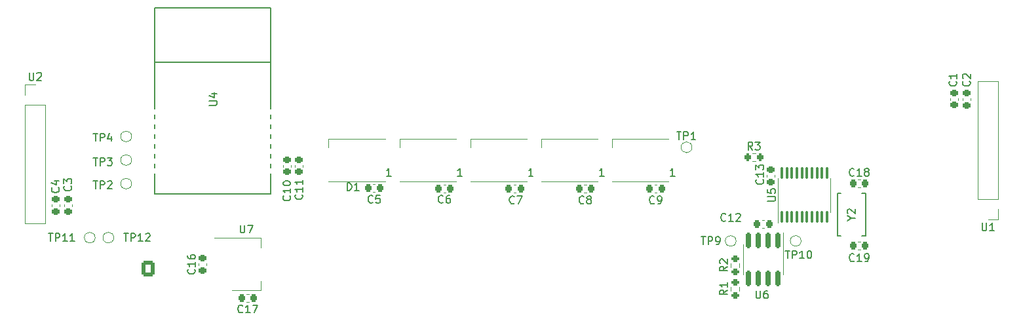
<source format=gto>
G04 #@! TF.GenerationSoftware,KiCad,Pcbnew,7.0.8*
G04 #@! TF.CreationDate,2024-01-27T08:45:00-08:00*
G04 #@! TF.ProjectId,FacePlate,46616365-506c-4617-9465-2e6b69636164,rev?*
G04 #@! TF.SameCoordinates,Original*
G04 #@! TF.FileFunction,Legend,Top*
G04 #@! TF.FilePolarity,Positive*
%FSLAX46Y46*%
G04 Gerber Fmt 4.6, Leading zero omitted, Abs format (unit mm)*
G04 Created by KiCad (PCBNEW 7.0.8) date 2024-01-27 08:45:00*
%MOMM*%
%LPD*%
G01*
G04 APERTURE LIST*
G04 Aperture macros list*
%AMRoundRect*
0 Rectangle with rounded corners*
0 $1 Rounding radius*
0 $2 $3 $4 $5 $6 $7 $8 $9 X,Y pos of 4 corners*
0 Add a 4 corners polygon primitive as box body*
4,1,4,$2,$3,$4,$5,$6,$7,$8,$9,$2,$3,0*
0 Add four circle primitives for the rounded corners*
1,1,$1+$1,$2,$3*
1,1,$1+$1,$4,$5*
1,1,$1+$1,$6,$7*
1,1,$1+$1,$8,$9*
0 Add four rect primitives between the rounded corners*
20,1,$1+$1,$2,$3,$4,$5,0*
20,1,$1+$1,$4,$5,$6,$7,0*
20,1,$1+$1,$6,$7,$8,$9,0*
20,1,$1+$1,$8,$9,$2,$3,0*%
G04 Aperture macros list end*
%ADD10C,0.150000*%
%ADD11C,0.152400*%
%ADD12C,0.120000*%
%ADD13R,2.006600X1.930400*%
%ADD14RoundRect,0.225000X-0.225000X-0.250000X0.225000X-0.250000X0.225000X0.250000X-0.225000X0.250000X0*%
%ADD15RoundRect,0.225000X0.225000X0.250000X-0.225000X0.250000X-0.225000X-0.250000X0.225000X-0.250000X0*%
%ADD16RoundRect,0.225000X0.250000X-0.225000X0.250000X0.225000X-0.250000X0.225000X-0.250000X-0.225000X0*%
%ADD17R,1.700000X1.700000*%
%ADD18O,1.700000X1.700000*%
%ADD19R,1.500000X0.900000*%
%ADD20C,1.000000*%
%ADD21RoundRect,0.200000X0.275000X-0.200000X0.275000X0.200000X-0.275000X0.200000X-0.275000X-0.200000X0*%
%ADD22RoundRect,0.100000X0.100000X-0.637500X0.100000X0.637500X-0.100000X0.637500X-0.100000X-0.637500X0*%
%ADD23R,2.000000X0.800000*%
%ADD24RoundRect,0.225000X-0.250000X0.225000X-0.250000X-0.225000X0.250000X-0.225000X0.250000X0.225000X0*%
%ADD25RoundRect,0.150000X-0.150000X0.825000X-0.150000X-0.825000X0.150000X-0.825000X0.150000X0.825000X0*%
%ADD26RoundRect,0.200000X-0.200000X-0.275000X0.200000X-0.275000X0.200000X0.275000X-0.200000X0.275000X0*%
%ADD27R,2.000000X1.500000*%
%ADD28R,2.000000X3.800000*%
%ADD29C,1.200000*%
%ADD30RoundRect,0.250000X0.600000X0.725000X-0.600000X0.725000X-0.600000X-0.725000X0.600000X-0.725000X0*%
%ADD31O,1.700000X1.950000*%
G04 APERTURE END LIST*
D10*
X209578628Y-84876190D02*
X210054819Y-84876190D01*
X209054819Y-85209523D02*
X209578628Y-84876190D01*
X209578628Y-84876190D02*
X209054819Y-84542857D01*
X209150057Y-84257142D02*
X209102438Y-84209523D01*
X209102438Y-84209523D02*
X209054819Y-84114285D01*
X209054819Y-84114285D02*
X209054819Y-83876190D01*
X209054819Y-83876190D02*
X209102438Y-83780952D01*
X209102438Y-83780952D02*
X209150057Y-83733333D01*
X209150057Y-83733333D02*
X209245295Y-83685714D01*
X209245295Y-83685714D02*
X209340533Y-83685714D01*
X209340533Y-83685714D02*
X209483390Y-83733333D01*
X209483390Y-83733333D02*
X210054819Y-84304761D01*
X210054819Y-84304761D02*
X210054819Y-83685714D01*
X209957142Y-90359580D02*
X209909523Y-90407200D01*
X209909523Y-90407200D02*
X209766666Y-90454819D01*
X209766666Y-90454819D02*
X209671428Y-90454819D01*
X209671428Y-90454819D02*
X209528571Y-90407200D01*
X209528571Y-90407200D02*
X209433333Y-90311961D01*
X209433333Y-90311961D02*
X209385714Y-90216723D01*
X209385714Y-90216723D02*
X209338095Y-90026247D01*
X209338095Y-90026247D02*
X209338095Y-89883390D01*
X209338095Y-89883390D02*
X209385714Y-89692914D01*
X209385714Y-89692914D02*
X209433333Y-89597676D01*
X209433333Y-89597676D02*
X209528571Y-89502438D01*
X209528571Y-89502438D02*
X209671428Y-89454819D01*
X209671428Y-89454819D02*
X209766666Y-89454819D01*
X209766666Y-89454819D02*
X209909523Y-89502438D01*
X209909523Y-89502438D02*
X209957142Y-89550057D01*
X210909523Y-90454819D02*
X210338095Y-90454819D01*
X210623809Y-90454819D02*
X210623809Y-89454819D01*
X210623809Y-89454819D02*
X210528571Y-89597676D01*
X210528571Y-89597676D02*
X210433333Y-89692914D01*
X210433333Y-89692914D02*
X210338095Y-89740533D01*
X211385714Y-90454819D02*
X211576190Y-90454819D01*
X211576190Y-90454819D02*
X211671428Y-90407200D01*
X211671428Y-90407200D02*
X211719047Y-90359580D01*
X211719047Y-90359580D02*
X211814285Y-90216723D01*
X211814285Y-90216723D02*
X211861904Y-90026247D01*
X211861904Y-90026247D02*
X211861904Y-89645295D01*
X211861904Y-89645295D02*
X211814285Y-89550057D01*
X211814285Y-89550057D02*
X211766666Y-89502438D01*
X211766666Y-89502438D02*
X211671428Y-89454819D01*
X211671428Y-89454819D02*
X211480952Y-89454819D01*
X211480952Y-89454819D02*
X211385714Y-89502438D01*
X211385714Y-89502438D02*
X211338095Y-89550057D01*
X211338095Y-89550057D02*
X211290476Y-89645295D01*
X211290476Y-89645295D02*
X211290476Y-89883390D01*
X211290476Y-89883390D02*
X211338095Y-89978628D01*
X211338095Y-89978628D02*
X211385714Y-90026247D01*
X211385714Y-90026247D02*
X211480952Y-90073866D01*
X211480952Y-90073866D02*
X211671428Y-90073866D01*
X211671428Y-90073866D02*
X211766666Y-90026247D01*
X211766666Y-90026247D02*
X211814285Y-89978628D01*
X211814285Y-89978628D02*
X211861904Y-89883390D01*
X209957142Y-79329580D02*
X209909523Y-79377200D01*
X209909523Y-79377200D02*
X209766666Y-79424819D01*
X209766666Y-79424819D02*
X209671428Y-79424819D01*
X209671428Y-79424819D02*
X209528571Y-79377200D01*
X209528571Y-79377200D02*
X209433333Y-79281961D01*
X209433333Y-79281961D02*
X209385714Y-79186723D01*
X209385714Y-79186723D02*
X209338095Y-78996247D01*
X209338095Y-78996247D02*
X209338095Y-78853390D01*
X209338095Y-78853390D02*
X209385714Y-78662914D01*
X209385714Y-78662914D02*
X209433333Y-78567676D01*
X209433333Y-78567676D02*
X209528571Y-78472438D01*
X209528571Y-78472438D02*
X209671428Y-78424819D01*
X209671428Y-78424819D02*
X209766666Y-78424819D01*
X209766666Y-78424819D02*
X209909523Y-78472438D01*
X209909523Y-78472438D02*
X209957142Y-78520057D01*
X210909523Y-79424819D02*
X210338095Y-79424819D01*
X210623809Y-79424819D02*
X210623809Y-78424819D01*
X210623809Y-78424819D02*
X210528571Y-78567676D01*
X210528571Y-78567676D02*
X210433333Y-78662914D01*
X210433333Y-78662914D02*
X210338095Y-78710533D01*
X211480952Y-78853390D02*
X211385714Y-78805771D01*
X211385714Y-78805771D02*
X211338095Y-78758152D01*
X211338095Y-78758152D02*
X211290476Y-78662914D01*
X211290476Y-78662914D02*
X211290476Y-78615295D01*
X211290476Y-78615295D02*
X211338095Y-78520057D01*
X211338095Y-78520057D02*
X211385714Y-78472438D01*
X211385714Y-78472438D02*
X211480952Y-78424819D01*
X211480952Y-78424819D02*
X211671428Y-78424819D01*
X211671428Y-78424819D02*
X211766666Y-78472438D01*
X211766666Y-78472438D02*
X211814285Y-78520057D01*
X211814285Y-78520057D02*
X211861904Y-78615295D01*
X211861904Y-78615295D02*
X211861904Y-78662914D01*
X211861904Y-78662914D02*
X211814285Y-78758152D01*
X211814285Y-78758152D02*
X211766666Y-78805771D01*
X211766666Y-78805771D02*
X211671428Y-78853390D01*
X211671428Y-78853390D02*
X211480952Y-78853390D01*
X211480952Y-78853390D02*
X211385714Y-78901009D01*
X211385714Y-78901009D02*
X211338095Y-78948628D01*
X211338095Y-78948628D02*
X211290476Y-79043866D01*
X211290476Y-79043866D02*
X211290476Y-79234342D01*
X211290476Y-79234342D02*
X211338095Y-79329580D01*
X211338095Y-79329580D02*
X211385714Y-79377200D01*
X211385714Y-79377200D02*
X211480952Y-79424819D01*
X211480952Y-79424819D02*
X211671428Y-79424819D01*
X211671428Y-79424819D02*
X211766666Y-79377200D01*
X211766666Y-79377200D02*
X211814285Y-79329580D01*
X211814285Y-79329580D02*
X211861904Y-79234342D01*
X211861904Y-79234342D02*
X211861904Y-79043866D01*
X211861904Y-79043866D02*
X211814285Y-78948628D01*
X211814285Y-78948628D02*
X211766666Y-78901009D01*
X211766666Y-78901009D02*
X211671428Y-78853390D01*
X130957142Y-96989580D02*
X130909523Y-97037200D01*
X130909523Y-97037200D02*
X130766666Y-97084819D01*
X130766666Y-97084819D02*
X130671428Y-97084819D01*
X130671428Y-97084819D02*
X130528571Y-97037200D01*
X130528571Y-97037200D02*
X130433333Y-96941961D01*
X130433333Y-96941961D02*
X130385714Y-96846723D01*
X130385714Y-96846723D02*
X130338095Y-96656247D01*
X130338095Y-96656247D02*
X130338095Y-96513390D01*
X130338095Y-96513390D02*
X130385714Y-96322914D01*
X130385714Y-96322914D02*
X130433333Y-96227676D01*
X130433333Y-96227676D02*
X130528571Y-96132438D01*
X130528571Y-96132438D02*
X130671428Y-96084819D01*
X130671428Y-96084819D02*
X130766666Y-96084819D01*
X130766666Y-96084819D02*
X130909523Y-96132438D01*
X130909523Y-96132438D02*
X130957142Y-96180057D01*
X131909523Y-97084819D02*
X131338095Y-97084819D01*
X131623809Y-97084819D02*
X131623809Y-96084819D01*
X131623809Y-96084819D02*
X131528571Y-96227676D01*
X131528571Y-96227676D02*
X131433333Y-96322914D01*
X131433333Y-96322914D02*
X131338095Y-96370533D01*
X132242857Y-96084819D02*
X132909523Y-96084819D01*
X132909523Y-96084819D02*
X132480952Y-97084819D01*
X124729580Y-91467857D02*
X124777200Y-91515476D01*
X124777200Y-91515476D02*
X124824819Y-91658333D01*
X124824819Y-91658333D02*
X124824819Y-91753571D01*
X124824819Y-91753571D02*
X124777200Y-91896428D01*
X124777200Y-91896428D02*
X124681961Y-91991666D01*
X124681961Y-91991666D02*
X124586723Y-92039285D01*
X124586723Y-92039285D02*
X124396247Y-92086904D01*
X124396247Y-92086904D02*
X124253390Y-92086904D01*
X124253390Y-92086904D02*
X124062914Y-92039285D01*
X124062914Y-92039285D02*
X123967676Y-91991666D01*
X123967676Y-91991666D02*
X123872438Y-91896428D01*
X123872438Y-91896428D02*
X123824819Y-91753571D01*
X123824819Y-91753571D02*
X123824819Y-91658333D01*
X123824819Y-91658333D02*
X123872438Y-91515476D01*
X123872438Y-91515476D02*
X123920057Y-91467857D01*
X124824819Y-90515476D02*
X124824819Y-91086904D01*
X124824819Y-90801190D02*
X123824819Y-90801190D01*
X123824819Y-90801190D02*
X123967676Y-90896428D01*
X123967676Y-90896428D02*
X124062914Y-90991666D01*
X124062914Y-90991666D02*
X124110533Y-91086904D01*
X123824819Y-89658333D02*
X123824819Y-89848809D01*
X123824819Y-89848809D02*
X123872438Y-89944047D01*
X123872438Y-89944047D02*
X123920057Y-89991666D01*
X123920057Y-89991666D02*
X124062914Y-90086904D01*
X124062914Y-90086904D02*
X124253390Y-90134523D01*
X124253390Y-90134523D02*
X124634342Y-90134523D01*
X124634342Y-90134523D02*
X124729580Y-90086904D01*
X124729580Y-90086904D02*
X124777200Y-90039285D01*
X124777200Y-90039285D02*
X124824819Y-89944047D01*
X124824819Y-89944047D02*
X124824819Y-89753571D01*
X124824819Y-89753571D02*
X124777200Y-89658333D01*
X124777200Y-89658333D02*
X124729580Y-89610714D01*
X124729580Y-89610714D02*
X124634342Y-89563095D01*
X124634342Y-89563095D02*
X124396247Y-89563095D01*
X124396247Y-89563095D02*
X124301009Y-89610714D01*
X124301009Y-89610714D02*
X124253390Y-89658333D01*
X124253390Y-89658333D02*
X124205771Y-89753571D01*
X124205771Y-89753571D02*
X124205771Y-89944047D01*
X124205771Y-89944047D02*
X124253390Y-90039285D01*
X124253390Y-90039285D02*
X124301009Y-90086904D01*
X124301009Y-90086904D02*
X124396247Y-90134523D01*
X103378095Y-66050419D02*
X103378095Y-66859942D01*
X103378095Y-66859942D02*
X103425714Y-66955180D01*
X103425714Y-66955180D02*
X103473333Y-67002800D01*
X103473333Y-67002800D02*
X103568571Y-67050419D01*
X103568571Y-67050419D02*
X103759047Y-67050419D01*
X103759047Y-67050419D02*
X103854285Y-67002800D01*
X103854285Y-67002800D02*
X103901904Y-66955180D01*
X103901904Y-66955180D02*
X103949523Y-66859942D01*
X103949523Y-66859942D02*
X103949523Y-66050419D01*
X104378095Y-66145657D02*
X104425714Y-66098038D01*
X104425714Y-66098038D02*
X104520952Y-66050419D01*
X104520952Y-66050419D02*
X104759047Y-66050419D01*
X104759047Y-66050419D02*
X104854285Y-66098038D01*
X104854285Y-66098038D02*
X104901904Y-66145657D01*
X104901904Y-66145657D02*
X104949523Y-66240895D01*
X104949523Y-66240895D02*
X104949523Y-66336133D01*
X104949523Y-66336133D02*
X104901904Y-66478990D01*
X104901904Y-66478990D02*
X104330476Y-67050419D01*
X104330476Y-67050419D02*
X104949523Y-67050419D01*
X186785714Y-79404819D02*
X186214286Y-79404819D01*
X186500000Y-79404819D02*
X186500000Y-78404819D01*
X186500000Y-78404819D02*
X186404762Y-78547676D01*
X186404762Y-78547676D02*
X186309524Y-78642914D01*
X186309524Y-78642914D02*
X186214286Y-78690533D01*
X166039333Y-82904580D02*
X165991714Y-82952200D01*
X165991714Y-82952200D02*
X165848857Y-82999819D01*
X165848857Y-82999819D02*
X165753619Y-82999819D01*
X165753619Y-82999819D02*
X165610762Y-82952200D01*
X165610762Y-82952200D02*
X165515524Y-82856961D01*
X165515524Y-82856961D02*
X165467905Y-82761723D01*
X165467905Y-82761723D02*
X165420286Y-82571247D01*
X165420286Y-82571247D02*
X165420286Y-82428390D01*
X165420286Y-82428390D02*
X165467905Y-82237914D01*
X165467905Y-82237914D02*
X165515524Y-82142676D01*
X165515524Y-82142676D02*
X165610762Y-82047438D01*
X165610762Y-82047438D02*
X165753619Y-81999819D01*
X165753619Y-81999819D02*
X165848857Y-81999819D01*
X165848857Y-81999819D02*
X165991714Y-82047438D01*
X165991714Y-82047438D02*
X166039333Y-82095057D01*
X166372667Y-81999819D02*
X167039333Y-81999819D01*
X167039333Y-81999819D02*
X166610762Y-82999819D01*
X111638095Y-80054819D02*
X112209523Y-80054819D01*
X111923809Y-81054819D02*
X111923809Y-80054819D01*
X112542857Y-81054819D02*
X112542857Y-80054819D01*
X112542857Y-80054819D02*
X112923809Y-80054819D01*
X112923809Y-80054819D02*
X113019047Y-80102438D01*
X113019047Y-80102438D02*
X113066666Y-80150057D01*
X113066666Y-80150057D02*
X113114285Y-80245295D01*
X113114285Y-80245295D02*
X113114285Y-80388152D01*
X113114285Y-80388152D02*
X113066666Y-80483390D01*
X113066666Y-80483390D02*
X113019047Y-80531009D01*
X113019047Y-80531009D02*
X112923809Y-80578628D01*
X112923809Y-80578628D02*
X112542857Y-80578628D01*
X113495238Y-80150057D02*
X113542857Y-80102438D01*
X113542857Y-80102438D02*
X113638095Y-80054819D01*
X113638095Y-80054819D02*
X113876190Y-80054819D01*
X113876190Y-80054819D02*
X113971428Y-80102438D01*
X113971428Y-80102438D02*
X114019047Y-80150057D01*
X114019047Y-80150057D02*
X114066666Y-80245295D01*
X114066666Y-80245295D02*
X114066666Y-80340533D01*
X114066666Y-80340533D02*
X114019047Y-80483390D01*
X114019047Y-80483390D02*
X113447619Y-81054819D01*
X113447619Y-81054819D02*
X114066666Y-81054819D01*
X156839333Y-82804580D02*
X156791714Y-82852200D01*
X156791714Y-82852200D02*
X156648857Y-82899819D01*
X156648857Y-82899819D02*
X156553619Y-82899819D01*
X156553619Y-82899819D02*
X156410762Y-82852200D01*
X156410762Y-82852200D02*
X156315524Y-82756961D01*
X156315524Y-82756961D02*
X156267905Y-82661723D01*
X156267905Y-82661723D02*
X156220286Y-82471247D01*
X156220286Y-82471247D02*
X156220286Y-82328390D01*
X156220286Y-82328390D02*
X156267905Y-82137914D01*
X156267905Y-82137914D02*
X156315524Y-82042676D01*
X156315524Y-82042676D02*
X156410762Y-81947438D01*
X156410762Y-81947438D02*
X156553619Y-81899819D01*
X156553619Y-81899819D02*
X156648857Y-81899819D01*
X156648857Y-81899819D02*
X156791714Y-81947438D01*
X156791714Y-81947438D02*
X156839333Y-81995057D01*
X157696476Y-81899819D02*
X157506000Y-81899819D01*
X157506000Y-81899819D02*
X157410762Y-81947438D01*
X157410762Y-81947438D02*
X157363143Y-81995057D01*
X157363143Y-81995057D02*
X157267905Y-82137914D01*
X157267905Y-82137914D02*
X157220286Y-82328390D01*
X157220286Y-82328390D02*
X157220286Y-82709342D01*
X157220286Y-82709342D02*
X157267905Y-82804580D01*
X157267905Y-82804580D02*
X157315524Y-82852200D01*
X157315524Y-82852200D02*
X157410762Y-82899819D01*
X157410762Y-82899819D02*
X157601238Y-82899819D01*
X157601238Y-82899819D02*
X157696476Y-82852200D01*
X157696476Y-82852200D02*
X157744095Y-82804580D01*
X157744095Y-82804580D02*
X157791714Y-82709342D01*
X157791714Y-82709342D02*
X157791714Y-82471247D01*
X157791714Y-82471247D02*
X157744095Y-82376009D01*
X157744095Y-82376009D02*
X157696476Y-82328390D01*
X157696476Y-82328390D02*
X157601238Y-82280771D01*
X157601238Y-82280771D02*
X157410762Y-82280771D01*
X157410762Y-82280771D02*
X157315524Y-82328390D01*
X157315524Y-82328390D02*
X157267905Y-82376009D01*
X157267905Y-82376009D02*
X157220286Y-82471247D01*
X168460714Y-79404819D02*
X167889286Y-79404819D01*
X168175000Y-79404819D02*
X168175000Y-78404819D01*
X168175000Y-78404819D02*
X168079762Y-78547676D01*
X168079762Y-78547676D02*
X167984524Y-78642914D01*
X167984524Y-78642914D02*
X167889286Y-78690533D01*
X137044580Y-81967857D02*
X137092200Y-82015476D01*
X137092200Y-82015476D02*
X137139819Y-82158333D01*
X137139819Y-82158333D02*
X137139819Y-82253571D01*
X137139819Y-82253571D02*
X137092200Y-82396428D01*
X137092200Y-82396428D02*
X136996961Y-82491666D01*
X136996961Y-82491666D02*
X136901723Y-82539285D01*
X136901723Y-82539285D02*
X136711247Y-82586904D01*
X136711247Y-82586904D02*
X136568390Y-82586904D01*
X136568390Y-82586904D02*
X136377914Y-82539285D01*
X136377914Y-82539285D02*
X136282676Y-82491666D01*
X136282676Y-82491666D02*
X136187438Y-82396428D01*
X136187438Y-82396428D02*
X136139819Y-82253571D01*
X136139819Y-82253571D02*
X136139819Y-82158333D01*
X136139819Y-82158333D02*
X136187438Y-82015476D01*
X136187438Y-82015476D02*
X136235057Y-81967857D01*
X137139819Y-81015476D02*
X137139819Y-81586904D01*
X137139819Y-81301190D02*
X136139819Y-81301190D01*
X136139819Y-81301190D02*
X136282676Y-81396428D01*
X136282676Y-81396428D02*
X136377914Y-81491666D01*
X136377914Y-81491666D02*
X136425533Y-81586904D01*
X136139819Y-80396428D02*
X136139819Y-80301190D01*
X136139819Y-80301190D02*
X136187438Y-80205952D01*
X136187438Y-80205952D02*
X136235057Y-80158333D01*
X136235057Y-80158333D02*
X136330295Y-80110714D01*
X136330295Y-80110714D02*
X136520771Y-80063095D01*
X136520771Y-80063095D02*
X136758866Y-80063095D01*
X136758866Y-80063095D02*
X136949342Y-80110714D01*
X136949342Y-80110714D02*
X137044580Y-80158333D01*
X137044580Y-80158333D02*
X137092200Y-80205952D01*
X137092200Y-80205952D02*
X137139819Y-80301190D01*
X137139819Y-80301190D02*
X137139819Y-80396428D01*
X137139819Y-80396428D02*
X137092200Y-80491666D01*
X137092200Y-80491666D02*
X137044580Y-80539285D01*
X137044580Y-80539285D02*
X136949342Y-80586904D01*
X136949342Y-80586904D02*
X136758866Y-80634523D01*
X136758866Y-80634523D02*
X136520771Y-80634523D01*
X136520771Y-80634523D02*
X136330295Y-80586904D01*
X136330295Y-80586904D02*
X136235057Y-80539285D01*
X136235057Y-80539285D02*
X136187438Y-80491666D01*
X136187438Y-80491666D02*
X136139819Y-80396428D01*
X147764333Y-82804580D02*
X147716714Y-82852200D01*
X147716714Y-82852200D02*
X147573857Y-82899819D01*
X147573857Y-82899819D02*
X147478619Y-82899819D01*
X147478619Y-82899819D02*
X147335762Y-82852200D01*
X147335762Y-82852200D02*
X147240524Y-82756961D01*
X147240524Y-82756961D02*
X147192905Y-82661723D01*
X147192905Y-82661723D02*
X147145286Y-82471247D01*
X147145286Y-82471247D02*
X147145286Y-82328390D01*
X147145286Y-82328390D02*
X147192905Y-82137914D01*
X147192905Y-82137914D02*
X147240524Y-82042676D01*
X147240524Y-82042676D02*
X147335762Y-81947438D01*
X147335762Y-81947438D02*
X147478619Y-81899819D01*
X147478619Y-81899819D02*
X147573857Y-81899819D01*
X147573857Y-81899819D02*
X147716714Y-81947438D01*
X147716714Y-81947438D02*
X147764333Y-81995057D01*
X148669095Y-81899819D02*
X148192905Y-81899819D01*
X148192905Y-81899819D02*
X148145286Y-82376009D01*
X148145286Y-82376009D02*
X148192905Y-82328390D01*
X148192905Y-82328390D02*
X148288143Y-82280771D01*
X148288143Y-82280771D02*
X148526238Y-82280771D01*
X148526238Y-82280771D02*
X148621476Y-82328390D01*
X148621476Y-82328390D02*
X148669095Y-82376009D01*
X148669095Y-82376009D02*
X148716714Y-82471247D01*
X148716714Y-82471247D02*
X148716714Y-82709342D01*
X148716714Y-82709342D02*
X148669095Y-82804580D01*
X148669095Y-82804580D02*
X148621476Y-82852200D01*
X148621476Y-82852200D02*
X148526238Y-82899819D01*
X148526238Y-82899819D02*
X148288143Y-82899819D01*
X148288143Y-82899819D02*
X148192905Y-82852200D01*
X148192905Y-82852200D02*
X148145286Y-82804580D01*
X159298214Y-79404819D02*
X158726786Y-79404819D01*
X159012500Y-79404819D02*
X159012500Y-78404819D01*
X159012500Y-78404819D02*
X158917262Y-78547676D01*
X158917262Y-78547676D02*
X158822024Y-78642914D01*
X158822024Y-78642914D02*
X158726786Y-78690533D01*
X175039333Y-82904580D02*
X174991714Y-82952200D01*
X174991714Y-82952200D02*
X174848857Y-82999819D01*
X174848857Y-82999819D02*
X174753619Y-82999819D01*
X174753619Y-82999819D02*
X174610762Y-82952200D01*
X174610762Y-82952200D02*
X174515524Y-82856961D01*
X174515524Y-82856961D02*
X174467905Y-82761723D01*
X174467905Y-82761723D02*
X174420286Y-82571247D01*
X174420286Y-82571247D02*
X174420286Y-82428390D01*
X174420286Y-82428390D02*
X174467905Y-82237914D01*
X174467905Y-82237914D02*
X174515524Y-82142676D01*
X174515524Y-82142676D02*
X174610762Y-82047438D01*
X174610762Y-82047438D02*
X174753619Y-81999819D01*
X174753619Y-81999819D02*
X174848857Y-81999819D01*
X174848857Y-81999819D02*
X174991714Y-82047438D01*
X174991714Y-82047438D02*
X175039333Y-82095057D01*
X175610762Y-82428390D02*
X175515524Y-82380771D01*
X175515524Y-82380771D02*
X175467905Y-82333152D01*
X175467905Y-82333152D02*
X175420286Y-82237914D01*
X175420286Y-82237914D02*
X175420286Y-82190295D01*
X175420286Y-82190295D02*
X175467905Y-82095057D01*
X175467905Y-82095057D02*
X175515524Y-82047438D01*
X175515524Y-82047438D02*
X175610762Y-81999819D01*
X175610762Y-81999819D02*
X175801238Y-81999819D01*
X175801238Y-81999819D02*
X175896476Y-82047438D01*
X175896476Y-82047438D02*
X175944095Y-82095057D01*
X175944095Y-82095057D02*
X175991714Y-82190295D01*
X175991714Y-82190295D02*
X175991714Y-82237914D01*
X175991714Y-82237914D02*
X175944095Y-82333152D01*
X175944095Y-82333152D02*
X175896476Y-82380771D01*
X175896476Y-82380771D02*
X175801238Y-82428390D01*
X175801238Y-82428390D02*
X175610762Y-82428390D01*
X175610762Y-82428390D02*
X175515524Y-82476009D01*
X175515524Y-82476009D02*
X175467905Y-82523628D01*
X175467905Y-82523628D02*
X175420286Y-82618866D01*
X175420286Y-82618866D02*
X175420286Y-82809342D01*
X175420286Y-82809342D02*
X175467905Y-82904580D01*
X175467905Y-82904580D02*
X175515524Y-82952200D01*
X175515524Y-82952200D02*
X175610762Y-82999819D01*
X175610762Y-82999819D02*
X175801238Y-82999819D01*
X175801238Y-82999819D02*
X175896476Y-82952200D01*
X175896476Y-82952200D02*
X175944095Y-82904580D01*
X175944095Y-82904580D02*
X175991714Y-82809342D01*
X175991714Y-82809342D02*
X175991714Y-82618866D01*
X175991714Y-82618866D02*
X175944095Y-82523628D01*
X175944095Y-82523628D02*
X175896476Y-82476009D01*
X175896476Y-82476009D02*
X175801238Y-82428390D01*
X187038095Y-73706819D02*
X187609523Y-73706819D01*
X187323809Y-74706819D02*
X187323809Y-73706819D01*
X187942857Y-74706819D02*
X187942857Y-73706819D01*
X187942857Y-73706819D02*
X188323809Y-73706819D01*
X188323809Y-73706819D02*
X188419047Y-73754438D01*
X188419047Y-73754438D02*
X188466666Y-73802057D01*
X188466666Y-73802057D02*
X188514285Y-73897295D01*
X188514285Y-73897295D02*
X188514285Y-74040152D01*
X188514285Y-74040152D02*
X188466666Y-74135390D01*
X188466666Y-74135390D02*
X188419047Y-74183009D01*
X188419047Y-74183009D02*
X188323809Y-74230628D01*
X188323809Y-74230628D02*
X187942857Y-74230628D01*
X189466666Y-74706819D02*
X188895238Y-74706819D01*
X189180952Y-74706819D02*
X189180952Y-73706819D01*
X189180952Y-73706819D02*
X189085714Y-73849676D01*
X189085714Y-73849676D02*
X188990476Y-73944914D01*
X188990476Y-73944914D02*
X188895238Y-73992533D01*
X193588819Y-94146666D02*
X193112628Y-94479999D01*
X193588819Y-94718094D02*
X192588819Y-94718094D01*
X192588819Y-94718094D02*
X192588819Y-94337142D01*
X192588819Y-94337142D02*
X192636438Y-94241904D01*
X192636438Y-94241904D02*
X192684057Y-94194285D01*
X192684057Y-94194285D02*
X192779295Y-94146666D01*
X192779295Y-94146666D02*
X192922152Y-94146666D01*
X192922152Y-94146666D02*
X193017390Y-94194285D01*
X193017390Y-94194285D02*
X193065009Y-94241904D01*
X193065009Y-94241904D02*
X193112628Y-94337142D01*
X193112628Y-94337142D02*
X193112628Y-94718094D01*
X193588819Y-93194285D02*
X193588819Y-93765713D01*
X193588819Y-93479999D02*
X192588819Y-93479999D01*
X192588819Y-93479999D02*
X192731676Y-93575237D01*
X192731676Y-93575237D02*
X192826914Y-93670475D01*
X192826914Y-93670475D02*
X192874533Y-93765713D01*
X177623214Y-79404819D02*
X177051786Y-79404819D01*
X177337500Y-79404819D02*
X177337500Y-78404819D01*
X177337500Y-78404819D02*
X177242262Y-78547676D01*
X177242262Y-78547676D02*
X177147024Y-78642914D01*
X177147024Y-78642914D02*
X177051786Y-78690533D01*
X198779819Y-82624404D02*
X199589342Y-82624404D01*
X199589342Y-82624404D02*
X199684580Y-82576785D01*
X199684580Y-82576785D02*
X199732200Y-82529166D01*
X199732200Y-82529166D02*
X199779819Y-82433928D01*
X199779819Y-82433928D02*
X199779819Y-82243452D01*
X199779819Y-82243452D02*
X199732200Y-82148214D01*
X199732200Y-82148214D02*
X199684580Y-82100595D01*
X199684580Y-82100595D02*
X199589342Y-82052976D01*
X199589342Y-82052976D02*
X198779819Y-82052976D01*
X198779819Y-81100595D02*
X198779819Y-81576785D01*
X198779819Y-81576785D02*
X199256009Y-81624404D01*
X199256009Y-81624404D02*
X199208390Y-81576785D01*
X199208390Y-81576785D02*
X199160771Y-81481547D01*
X199160771Y-81481547D02*
X199160771Y-81243452D01*
X199160771Y-81243452D02*
X199208390Y-81148214D01*
X199208390Y-81148214D02*
X199256009Y-81100595D01*
X199256009Y-81100595D02*
X199351247Y-81052976D01*
X199351247Y-81052976D02*
X199589342Y-81052976D01*
X199589342Y-81052976D02*
X199684580Y-81100595D01*
X199684580Y-81100595D02*
X199732200Y-81148214D01*
X199732200Y-81148214D02*
X199779819Y-81243452D01*
X199779819Y-81243452D02*
X199779819Y-81481547D01*
X199779819Y-81481547D02*
X199732200Y-81576785D01*
X199732200Y-81576785D02*
X199684580Y-81624404D01*
X108759580Y-80716666D02*
X108807200Y-80764285D01*
X108807200Y-80764285D02*
X108854819Y-80907142D01*
X108854819Y-80907142D02*
X108854819Y-81002380D01*
X108854819Y-81002380D02*
X108807200Y-81145237D01*
X108807200Y-81145237D02*
X108711961Y-81240475D01*
X108711961Y-81240475D02*
X108616723Y-81288094D01*
X108616723Y-81288094D02*
X108426247Y-81335713D01*
X108426247Y-81335713D02*
X108283390Y-81335713D01*
X108283390Y-81335713D02*
X108092914Y-81288094D01*
X108092914Y-81288094D02*
X107997676Y-81240475D01*
X107997676Y-81240475D02*
X107902438Y-81145237D01*
X107902438Y-81145237D02*
X107854819Y-81002380D01*
X107854819Y-81002380D02*
X107854819Y-80907142D01*
X107854819Y-80907142D02*
X107902438Y-80764285D01*
X107902438Y-80764285D02*
X107950057Y-80716666D01*
X107854819Y-80383332D02*
X107854819Y-79764285D01*
X107854819Y-79764285D02*
X108235771Y-80097618D01*
X108235771Y-80097618D02*
X108235771Y-79954761D01*
X108235771Y-79954761D02*
X108283390Y-79859523D01*
X108283390Y-79859523D02*
X108331009Y-79811904D01*
X108331009Y-79811904D02*
X108426247Y-79764285D01*
X108426247Y-79764285D02*
X108664342Y-79764285D01*
X108664342Y-79764285D02*
X108759580Y-79811904D01*
X108759580Y-79811904D02*
X108807200Y-79859523D01*
X108807200Y-79859523D02*
X108854819Y-79954761D01*
X108854819Y-79954761D02*
X108854819Y-80240475D01*
X108854819Y-80240475D02*
X108807200Y-80335713D01*
X108807200Y-80335713D02*
X108759580Y-80383332D01*
X107159580Y-80916666D02*
X107207200Y-80964285D01*
X107207200Y-80964285D02*
X107254819Y-81107142D01*
X107254819Y-81107142D02*
X107254819Y-81202380D01*
X107254819Y-81202380D02*
X107207200Y-81345237D01*
X107207200Y-81345237D02*
X107111961Y-81440475D01*
X107111961Y-81440475D02*
X107016723Y-81488094D01*
X107016723Y-81488094D02*
X106826247Y-81535713D01*
X106826247Y-81535713D02*
X106683390Y-81535713D01*
X106683390Y-81535713D02*
X106492914Y-81488094D01*
X106492914Y-81488094D02*
X106397676Y-81440475D01*
X106397676Y-81440475D02*
X106302438Y-81345237D01*
X106302438Y-81345237D02*
X106254819Y-81202380D01*
X106254819Y-81202380D02*
X106254819Y-81107142D01*
X106254819Y-81107142D02*
X106302438Y-80964285D01*
X106302438Y-80964285D02*
X106350057Y-80916666D01*
X106588152Y-80059523D02*
X107254819Y-80059523D01*
X106207200Y-80297618D02*
X106921485Y-80535713D01*
X106921485Y-80535713D02*
X106921485Y-79916666D01*
X226488095Y-85484819D02*
X226488095Y-86294342D01*
X226488095Y-86294342D02*
X226535714Y-86389580D01*
X226535714Y-86389580D02*
X226583333Y-86437200D01*
X226583333Y-86437200D02*
X226678571Y-86484819D01*
X226678571Y-86484819D02*
X226869047Y-86484819D01*
X226869047Y-86484819D02*
X226964285Y-86437200D01*
X226964285Y-86437200D02*
X227011904Y-86389580D01*
X227011904Y-86389580D02*
X227059523Y-86294342D01*
X227059523Y-86294342D02*
X227059523Y-85484819D01*
X228059523Y-86484819D02*
X227488095Y-86484819D01*
X227773809Y-86484819D02*
X227773809Y-85484819D01*
X227773809Y-85484819D02*
X227678571Y-85627676D01*
X227678571Y-85627676D02*
X227583333Y-85722914D01*
X227583333Y-85722914D02*
X227488095Y-85770533D01*
X105861905Y-86831569D02*
X106433333Y-86831569D01*
X106147619Y-87831569D02*
X106147619Y-86831569D01*
X106766667Y-87831569D02*
X106766667Y-86831569D01*
X106766667Y-86831569D02*
X107147619Y-86831569D01*
X107147619Y-86831569D02*
X107242857Y-86879188D01*
X107242857Y-86879188D02*
X107290476Y-86926807D01*
X107290476Y-86926807D02*
X107338095Y-87022045D01*
X107338095Y-87022045D02*
X107338095Y-87164902D01*
X107338095Y-87164902D02*
X107290476Y-87260140D01*
X107290476Y-87260140D02*
X107242857Y-87307759D01*
X107242857Y-87307759D02*
X107147619Y-87355378D01*
X107147619Y-87355378D02*
X106766667Y-87355378D01*
X108290476Y-87831569D02*
X107719048Y-87831569D01*
X108004762Y-87831569D02*
X108004762Y-86831569D01*
X108004762Y-86831569D02*
X107909524Y-86974426D01*
X107909524Y-86974426D02*
X107814286Y-87069664D01*
X107814286Y-87069664D02*
X107719048Y-87117283D01*
X109242857Y-87831569D02*
X108671429Y-87831569D01*
X108957143Y-87831569D02*
X108957143Y-86831569D01*
X108957143Y-86831569D02*
X108861905Y-86974426D01*
X108861905Y-86974426D02*
X108766667Y-87069664D01*
X108766667Y-87069664D02*
X108671429Y-87117283D01*
X126644819Y-70251904D02*
X127454342Y-70251904D01*
X127454342Y-70251904D02*
X127549580Y-70204285D01*
X127549580Y-70204285D02*
X127597200Y-70156666D01*
X127597200Y-70156666D02*
X127644819Y-70061428D01*
X127644819Y-70061428D02*
X127644819Y-69870952D01*
X127644819Y-69870952D02*
X127597200Y-69775714D01*
X127597200Y-69775714D02*
X127549580Y-69728095D01*
X127549580Y-69728095D02*
X127454342Y-69680476D01*
X127454342Y-69680476D02*
X126644819Y-69680476D01*
X126978152Y-68775714D02*
X127644819Y-68775714D01*
X126597200Y-69013809D02*
X127311485Y-69251904D01*
X127311485Y-69251904D02*
X127311485Y-68632857D01*
X193588819Y-91098666D02*
X193112628Y-91431999D01*
X193588819Y-91670094D02*
X192588819Y-91670094D01*
X192588819Y-91670094D02*
X192588819Y-91289142D01*
X192588819Y-91289142D02*
X192636438Y-91193904D01*
X192636438Y-91193904D02*
X192684057Y-91146285D01*
X192684057Y-91146285D02*
X192779295Y-91098666D01*
X192779295Y-91098666D02*
X192922152Y-91098666D01*
X192922152Y-91098666D02*
X193017390Y-91146285D01*
X193017390Y-91146285D02*
X193065009Y-91193904D01*
X193065009Y-91193904D02*
X193112628Y-91289142D01*
X193112628Y-91289142D02*
X193112628Y-91670094D01*
X192684057Y-90717713D02*
X192636438Y-90670094D01*
X192636438Y-90670094D02*
X192588819Y-90574856D01*
X192588819Y-90574856D02*
X192588819Y-90336761D01*
X192588819Y-90336761D02*
X192636438Y-90241523D01*
X192636438Y-90241523D02*
X192684057Y-90193904D01*
X192684057Y-90193904D02*
X192779295Y-90146285D01*
X192779295Y-90146285D02*
X192874533Y-90146285D01*
X192874533Y-90146285D02*
X193017390Y-90193904D01*
X193017390Y-90193904D02*
X193588819Y-90765332D01*
X193588819Y-90765332D02*
X193588819Y-90146285D01*
X224859580Y-67166666D02*
X224907200Y-67214285D01*
X224907200Y-67214285D02*
X224954819Y-67357142D01*
X224954819Y-67357142D02*
X224954819Y-67452380D01*
X224954819Y-67452380D02*
X224907200Y-67595237D01*
X224907200Y-67595237D02*
X224811961Y-67690475D01*
X224811961Y-67690475D02*
X224716723Y-67738094D01*
X224716723Y-67738094D02*
X224526247Y-67785713D01*
X224526247Y-67785713D02*
X224383390Y-67785713D01*
X224383390Y-67785713D02*
X224192914Y-67738094D01*
X224192914Y-67738094D02*
X224097676Y-67690475D01*
X224097676Y-67690475D02*
X224002438Y-67595237D01*
X224002438Y-67595237D02*
X223954819Y-67452380D01*
X223954819Y-67452380D02*
X223954819Y-67357142D01*
X223954819Y-67357142D02*
X224002438Y-67214285D01*
X224002438Y-67214285D02*
X224050057Y-67166666D01*
X224050057Y-66785713D02*
X224002438Y-66738094D01*
X224002438Y-66738094D02*
X223954819Y-66642856D01*
X223954819Y-66642856D02*
X223954819Y-66404761D01*
X223954819Y-66404761D02*
X224002438Y-66309523D01*
X224002438Y-66309523D02*
X224050057Y-66261904D01*
X224050057Y-66261904D02*
X224145295Y-66214285D01*
X224145295Y-66214285D02*
X224240533Y-66214285D01*
X224240533Y-66214285D02*
X224383390Y-66261904D01*
X224383390Y-66261904D02*
X224954819Y-66833332D01*
X224954819Y-66833332D02*
X224954819Y-66214285D01*
X197268095Y-94214819D02*
X197268095Y-95024342D01*
X197268095Y-95024342D02*
X197315714Y-95119580D01*
X197315714Y-95119580D02*
X197363333Y-95167200D01*
X197363333Y-95167200D02*
X197458571Y-95214819D01*
X197458571Y-95214819D02*
X197649047Y-95214819D01*
X197649047Y-95214819D02*
X197744285Y-95167200D01*
X197744285Y-95167200D02*
X197791904Y-95119580D01*
X197791904Y-95119580D02*
X197839523Y-95024342D01*
X197839523Y-95024342D02*
X197839523Y-94214819D01*
X198744285Y-94214819D02*
X198553809Y-94214819D01*
X198553809Y-94214819D02*
X198458571Y-94262438D01*
X198458571Y-94262438D02*
X198410952Y-94310057D01*
X198410952Y-94310057D02*
X198315714Y-94452914D01*
X198315714Y-94452914D02*
X198268095Y-94643390D01*
X198268095Y-94643390D02*
X198268095Y-95024342D01*
X198268095Y-95024342D02*
X198315714Y-95119580D01*
X198315714Y-95119580D02*
X198363333Y-95167200D01*
X198363333Y-95167200D02*
X198458571Y-95214819D01*
X198458571Y-95214819D02*
X198649047Y-95214819D01*
X198649047Y-95214819D02*
X198744285Y-95167200D01*
X198744285Y-95167200D02*
X198791904Y-95119580D01*
X198791904Y-95119580D02*
X198839523Y-95024342D01*
X198839523Y-95024342D02*
X198839523Y-94786247D01*
X198839523Y-94786247D02*
X198791904Y-94691009D01*
X198791904Y-94691009D02*
X198744285Y-94643390D01*
X198744285Y-94643390D02*
X198649047Y-94595771D01*
X198649047Y-94595771D02*
X198458571Y-94595771D01*
X198458571Y-94595771D02*
X198363333Y-94643390D01*
X198363333Y-94643390D02*
X198315714Y-94691009D01*
X198315714Y-94691009D02*
X198268095Y-94786247D01*
X111638095Y-77054819D02*
X112209523Y-77054819D01*
X111923809Y-78054819D02*
X111923809Y-77054819D01*
X112542857Y-78054819D02*
X112542857Y-77054819D01*
X112542857Y-77054819D02*
X112923809Y-77054819D01*
X112923809Y-77054819D02*
X113019047Y-77102438D01*
X113019047Y-77102438D02*
X113066666Y-77150057D01*
X113066666Y-77150057D02*
X113114285Y-77245295D01*
X113114285Y-77245295D02*
X113114285Y-77388152D01*
X113114285Y-77388152D02*
X113066666Y-77483390D01*
X113066666Y-77483390D02*
X113019047Y-77531009D01*
X113019047Y-77531009D02*
X112923809Y-77578628D01*
X112923809Y-77578628D02*
X112542857Y-77578628D01*
X113447619Y-77054819D02*
X114066666Y-77054819D01*
X114066666Y-77054819D02*
X113733333Y-77435771D01*
X113733333Y-77435771D02*
X113876190Y-77435771D01*
X113876190Y-77435771D02*
X113971428Y-77483390D01*
X113971428Y-77483390D02*
X114019047Y-77531009D01*
X114019047Y-77531009D02*
X114066666Y-77626247D01*
X114066666Y-77626247D02*
X114066666Y-77864342D01*
X114066666Y-77864342D02*
X114019047Y-77959580D01*
X114019047Y-77959580D02*
X113971428Y-78007200D01*
X113971428Y-78007200D02*
X113876190Y-78054819D01*
X113876190Y-78054819D02*
X113590476Y-78054819D01*
X113590476Y-78054819D02*
X113495238Y-78007200D01*
X113495238Y-78007200D02*
X113447619Y-77959580D01*
X138609580Y-81817857D02*
X138657200Y-81865476D01*
X138657200Y-81865476D02*
X138704819Y-82008333D01*
X138704819Y-82008333D02*
X138704819Y-82103571D01*
X138704819Y-82103571D02*
X138657200Y-82246428D01*
X138657200Y-82246428D02*
X138561961Y-82341666D01*
X138561961Y-82341666D02*
X138466723Y-82389285D01*
X138466723Y-82389285D02*
X138276247Y-82436904D01*
X138276247Y-82436904D02*
X138133390Y-82436904D01*
X138133390Y-82436904D02*
X137942914Y-82389285D01*
X137942914Y-82389285D02*
X137847676Y-82341666D01*
X137847676Y-82341666D02*
X137752438Y-82246428D01*
X137752438Y-82246428D02*
X137704819Y-82103571D01*
X137704819Y-82103571D02*
X137704819Y-82008333D01*
X137704819Y-82008333D02*
X137752438Y-81865476D01*
X137752438Y-81865476D02*
X137800057Y-81817857D01*
X138704819Y-80865476D02*
X138704819Y-81436904D01*
X138704819Y-81151190D02*
X137704819Y-81151190D01*
X137704819Y-81151190D02*
X137847676Y-81246428D01*
X137847676Y-81246428D02*
X137942914Y-81341666D01*
X137942914Y-81341666D02*
X137990533Y-81436904D01*
X138704819Y-79913095D02*
X138704819Y-80484523D01*
X138704819Y-80198809D02*
X137704819Y-80198809D01*
X137704819Y-80198809D02*
X137847676Y-80294047D01*
X137847676Y-80294047D02*
X137942914Y-80389285D01*
X137942914Y-80389285D02*
X137990533Y-80484523D01*
X184139333Y-82904580D02*
X184091714Y-82952200D01*
X184091714Y-82952200D02*
X183948857Y-82999819D01*
X183948857Y-82999819D02*
X183853619Y-82999819D01*
X183853619Y-82999819D02*
X183710762Y-82952200D01*
X183710762Y-82952200D02*
X183615524Y-82856961D01*
X183615524Y-82856961D02*
X183567905Y-82761723D01*
X183567905Y-82761723D02*
X183520286Y-82571247D01*
X183520286Y-82571247D02*
X183520286Y-82428390D01*
X183520286Y-82428390D02*
X183567905Y-82237914D01*
X183567905Y-82237914D02*
X183615524Y-82142676D01*
X183615524Y-82142676D02*
X183710762Y-82047438D01*
X183710762Y-82047438D02*
X183853619Y-81999819D01*
X183853619Y-81999819D02*
X183948857Y-81999819D01*
X183948857Y-81999819D02*
X184091714Y-82047438D01*
X184091714Y-82047438D02*
X184139333Y-82095057D01*
X184615524Y-82999819D02*
X184806000Y-82999819D01*
X184806000Y-82999819D02*
X184901238Y-82952200D01*
X184901238Y-82952200D02*
X184948857Y-82904580D01*
X184948857Y-82904580D02*
X185044095Y-82761723D01*
X185044095Y-82761723D02*
X185091714Y-82571247D01*
X185091714Y-82571247D02*
X185091714Y-82190295D01*
X185091714Y-82190295D02*
X185044095Y-82095057D01*
X185044095Y-82095057D02*
X184996476Y-82047438D01*
X184996476Y-82047438D02*
X184901238Y-81999819D01*
X184901238Y-81999819D02*
X184710762Y-81999819D01*
X184710762Y-81999819D02*
X184615524Y-82047438D01*
X184615524Y-82047438D02*
X184567905Y-82095057D01*
X184567905Y-82095057D02*
X184520286Y-82190295D01*
X184520286Y-82190295D02*
X184520286Y-82428390D01*
X184520286Y-82428390D02*
X184567905Y-82523628D01*
X184567905Y-82523628D02*
X184615524Y-82571247D01*
X184615524Y-82571247D02*
X184710762Y-82618866D01*
X184710762Y-82618866D02*
X184901238Y-82618866D01*
X184901238Y-82618866D02*
X184996476Y-82571247D01*
X184996476Y-82571247D02*
X185044095Y-82523628D01*
X185044095Y-82523628D02*
X185091714Y-82428390D01*
X115611905Y-86831569D02*
X116183333Y-86831569D01*
X115897619Y-87831569D02*
X115897619Y-86831569D01*
X116516667Y-87831569D02*
X116516667Y-86831569D01*
X116516667Y-86831569D02*
X116897619Y-86831569D01*
X116897619Y-86831569D02*
X116992857Y-86879188D01*
X116992857Y-86879188D02*
X117040476Y-86926807D01*
X117040476Y-86926807D02*
X117088095Y-87022045D01*
X117088095Y-87022045D02*
X117088095Y-87164902D01*
X117088095Y-87164902D02*
X117040476Y-87260140D01*
X117040476Y-87260140D02*
X116992857Y-87307759D01*
X116992857Y-87307759D02*
X116897619Y-87355378D01*
X116897619Y-87355378D02*
X116516667Y-87355378D01*
X118040476Y-87831569D02*
X117469048Y-87831569D01*
X117754762Y-87831569D02*
X117754762Y-86831569D01*
X117754762Y-86831569D02*
X117659524Y-86974426D01*
X117659524Y-86974426D02*
X117564286Y-87069664D01*
X117564286Y-87069664D02*
X117469048Y-87117283D01*
X118421429Y-86926807D02*
X118469048Y-86879188D01*
X118469048Y-86879188D02*
X118564286Y-86831569D01*
X118564286Y-86831569D02*
X118802381Y-86831569D01*
X118802381Y-86831569D02*
X118897619Y-86879188D01*
X118897619Y-86879188D02*
X118945238Y-86926807D01*
X118945238Y-86926807D02*
X118992857Y-87022045D01*
X118992857Y-87022045D02*
X118992857Y-87117283D01*
X118992857Y-87117283D02*
X118945238Y-87260140D01*
X118945238Y-87260140D02*
X118373810Y-87831569D01*
X118373810Y-87831569D02*
X118992857Y-87831569D01*
X223109580Y-67166666D02*
X223157200Y-67214285D01*
X223157200Y-67214285D02*
X223204819Y-67357142D01*
X223204819Y-67357142D02*
X223204819Y-67452380D01*
X223204819Y-67452380D02*
X223157200Y-67595237D01*
X223157200Y-67595237D02*
X223061961Y-67690475D01*
X223061961Y-67690475D02*
X222966723Y-67738094D01*
X222966723Y-67738094D02*
X222776247Y-67785713D01*
X222776247Y-67785713D02*
X222633390Y-67785713D01*
X222633390Y-67785713D02*
X222442914Y-67738094D01*
X222442914Y-67738094D02*
X222347676Y-67690475D01*
X222347676Y-67690475D02*
X222252438Y-67595237D01*
X222252438Y-67595237D02*
X222204819Y-67452380D01*
X222204819Y-67452380D02*
X222204819Y-67357142D01*
X222204819Y-67357142D02*
X222252438Y-67214285D01*
X222252438Y-67214285D02*
X222300057Y-67166666D01*
X223204819Y-66214285D02*
X223204819Y-66785713D01*
X223204819Y-66499999D02*
X222204819Y-66499999D01*
X222204819Y-66499999D02*
X222347676Y-66595237D01*
X222347676Y-66595237D02*
X222442914Y-66690475D01*
X222442914Y-66690475D02*
X222490533Y-66785713D01*
X201061905Y-89054819D02*
X201633333Y-89054819D01*
X201347619Y-90054819D02*
X201347619Y-89054819D01*
X201966667Y-90054819D02*
X201966667Y-89054819D01*
X201966667Y-89054819D02*
X202347619Y-89054819D01*
X202347619Y-89054819D02*
X202442857Y-89102438D01*
X202442857Y-89102438D02*
X202490476Y-89150057D01*
X202490476Y-89150057D02*
X202538095Y-89245295D01*
X202538095Y-89245295D02*
X202538095Y-89388152D01*
X202538095Y-89388152D02*
X202490476Y-89483390D01*
X202490476Y-89483390D02*
X202442857Y-89531009D01*
X202442857Y-89531009D02*
X202347619Y-89578628D01*
X202347619Y-89578628D02*
X201966667Y-89578628D01*
X203490476Y-90054819D02*
X202919048Y-90054819D01*
X203204762Y-90054819D02*
X203204762Y-89054819D01*
X203204762Y-89054819D02*
X203109524Y-89197676D01*
X203109524Y-89197676D02*
X203014286Y-89292914D01*
X203014286Y-89292914D02*
X202919048Y-89340533D01*
X204109524Y-89054819D02*
X204204762Y-89054819D01*
X204204762Y-89054819D02*
X204300000Y-89102438D01*
X204300000Y-89102438D02*
X204347619Y-89150057D01*
X204347619Y-89150057D02*
X204395238Y-89245295D01*
X204395238Y-89245295D02*
X204442857Y-89435771D01*
X204442857Y-89435771D02*
X204442857Y-89673866D01*
X204442857Y-89673866D02*
X204395238Y-89864342D01*
X204395238Y-89864342D02*
X204347619Y-89959580D01*
X204347619Y-89959580D02*
X204300000Y-90007200D01*
X204300000Y-90007200D02*
X204204762Y-90054819D01*
X204204762Y-90054819D02*
X204109524Y-90054819D01*
X204109524Y-90054819D02*
X204014286Y-90007200D01*
X204014286Y-90007200D02*
X203966667Y-89959580D01*
X203966667Y-89959580D02*
X203919048Y-89864342D01*
X203919048Y-89864342D02*
X203871429Y-89673866D01*
X203871429Y-89673866D02*
X203871429Y-89435771D01*
X203871429Y-89435771D02*
X203919048Y-89245295D01*
X203919048Y-89245295D02*
X203966667Y-89150057D01*
X203966667Y-89150057D02*
X204014286Y-89102438D01*
X204014286Y-89102438D02*
X204109524Y-89054819D01*
X144461905Y-81280819D02*
X144461905Y-80280819D01*
X144461905Y-80280819D02*
X144700000Y-80280819D01*
X144700000Y-80280819D02*
X144842857Y-80328438D01*
X144842857Y-80328438D02*
X144938095Y-80423676D01*
X144938095Y-80423676D02*
X144985714Y-80518914D01*
X144985714Y-80518914D02*
X145033333Y-80709390D01*
X145033333Y-80709390D02*
X145033333Y-80852247D01*
X145033333Y-80852247D02*
X144985714Y-81042723D01*
X144985714Y-81042723D02*
X144938095Y-81137961D01*
X144938095Y-81137961D02*
X144842857Y-81233200D01*
X144842857Y-81233200D02*
X144700000Y-81280819D01*
X144700000Y-81280819D02*
X144461905Y-81280819D01*
X145985714Y-81280819D02*
X145414286Y-81280819D01*
X145700000Y-81280819D02*
X145700000Y-80280819D01*
X145700000Y-80280819D02*
X145604762Y-80423676D01*
X145604762Y-80423676D02*
X145509524Y-80518914D01*
X145509524Y-80518914D02*
X145414286Y-80566533D01*
X150135714Y-79404819D02*
X149564286Y-79404819D01*
X149850000Y-79404819D02*
X149850000Y-78404819D01*
X149850000Y-78404819D02*
X149754762Y-78547676D01*
X149754762Y-78547676D02*
X149659524Y-78642914D01*
X149659524Y-78642914D02*
X149564286Y-78690533D01*
X193357142Y-85159580D02*
X193309523Y-85207200D01*
X193309523Y-85207200D02*
X193166666Y-85254819D01*
X193166666Y-85254819D02*
X193071428Y-85254819D01*
X193071428Y-85254819D02*
X192928571Y-85207200D01*
X192928571Y-85207200D02*
X192833333Y-85111961D01*
X192833333Y-85111961D02*
X192785714Y-85016723D01*
X192785714Y-85016723D02*
X192738095Y-84826247D01*
X192738095Y-84826247D02*
X192738095Y-84683390D01*
X192738095Y-84683390D02*
X192785714Y-84492914D01*
X192785714Y-84492914D02*
X192833333Y-84397676D01*
X192833333Y-84397676D02*
X192928571Y-84302438D01*
X192928571Y-84302438D02*
X193071428Y-84254819D01*
X193071428Y-84254819D02*
X193166666Y-84254819D01*
X193166666Y-84254819D02*
X193309523Y-84302438D01*
X193309523Y-84302438D02*
X193357142Y-84350057D01*
X194309523Y-85254819D02*
X193738095Y-85254819D01*
X194023809Y-85254819D02*
X194023809Y-84254819D01*
X194023809Y-84254819D02*
X193928571Y-84397676D01*
X193928571Y-84397676D02*
X193833333Y-84492914D01*
X193833333Y-84492914D02*
X193738095Y-84540533D01*
X194690476Y-84350057D02*
X194738095Y-84302438D01*
X194738095Y-84302438D02*
X194833333Y-84254819D01*
X194833333Y-84254819D02*
X195071428Y-84254819D01*
X195071428Y-84254819D02*
X195166666Y-84302438D01*
X195166666Y-84302438D02*
X195214285Y-84350057D01*
X195214285Y-84350057D02*
X195261904Y-84445295D01*
X195261904Y-84445295D02*
X195261904Y-84540533D01*
X195261904Y-84540533D02*
X195214285Y-84683390D01*
X195214285Y-84683390D02*
X194642857Y-85254819D01*
X194642857Y-85254819D02*
X195261904Y-85254819D01*
X190188095Y-87254819D02*
X190759523Y-87254819D01*
X190473809Y-88254819D02*
X190473809Y-87254819D01*
X191092857Y-88254819D02*
X191092857Y-87254819D01*
X191092857Y-87254819D02*
X191473809Y-87254819D01*
X191473809Y-87254819D02*
X191569047Y-87302438D01*
X191569047Y-87302438D02*
X191616666Y-87350057D01*
X191616666Y-87350057D02*
X191664285Y-87445295D01*
X191664285Y-87445295D02*
X191664285Y-87588152D01*
X191664285Y-87588152D02*
X191616666Y-87683390D01*
X191616666Y-87683390D02*
X191569047Y-87731009D01*
X191569047Y-87731009D02*
X191473809Y-87778628D01*
X191473809Y-87778628D02*
X191092857Y-87778628D01*
X192140476Y-88254819D02*
X192330952Y-88254819D01*
X192330952Y-88254819D02*
X192426190Y-88207200D01*
X192426190Y-88207200D02*
X192473809Y-88159580D01*
X192473809Y-88159580D02*
X192569047Y-88016723D01*
X192569047Y-88016723D02*
X192616666Y-87826247D01*
X192616666Y-87826247D02*
X192616666Y-87445295D01*
X192616666Y-87445295D02*
X192569047Y-87350057D01*
X192569047Y-87350057D02*
X192521428Y-87302438D01*
X192521428Y-87302438D02*
X192426190Y-87254819D01*
X192426190Y-87254819D02*
X192235714Y-87254819D01*
X192235714Y-87254819D02*
X192140476Y-87302438D01*
X192140476Y-87302438D02*
X192092857Y-87350057D01*
X192092857Y-87350057D02*
X192045238Y-87445295D01*
X192045238Y-87445295D02*
X192045238Y-87683390D01*
X192045238Y-87683390D02*
X192092857Y-87778628D01*
X192092857Y-87778628D02*
X192140476Y-87826247D01*
X192140476Y-87826247D02*
X192235714Y-87873866D01*
X192235714Y-87873866D02*
X192426190Y-87873866D01*
X192426190Y-87873866D02*
X192521428Y-87826247D01*
X192521428Y-87826247D02*
X192569047Y-87778628D01*
X192569047Y-87778628D02*
X192616666Y-87683390D01*
X198159580Y-79867857D02*
X198207200Y-79915476D01*
X198207200Y-79915476D02*
X198254819Y-80058333D01*
X198254819Y-80058333D02*
X198254819Y-80153571D01*
X198254819Y-80153571D02*
X198207200Y-80296428D01*
X198207200Y-80296428D02*
X198111961Y-80391666D01*
X198111961Y-80391666D02*
X198016723Y-80439285D01*
X198016723Y-80439285D02*
X197826247Y-80486904D01*
X197826247Y-80486904D02*
X197683390Y-80486904D01*
X197683390Y-80486904D02*
X197492914Y-80439285D01*
X197492914Y-80439285D02*
X197397676Y-80391666D01*
X197397676Y-80391666D02*
X197302438Y-80296428D01*
X197302438Y-80296428D02*
X197254819Y-80153571D01*
X197254819Y-80153571D02*
X197254819Y-80058333D01*
X197254819Y-80058333D02*
X197302438Y-79915476D01*
X197302438Y-79915476D02*
X197350057Y-79867857D01*
X198254819Y-78915476D02*
X198254819Y-79486904D01*
X198254819Y-79201190D02*
X197254819Y-79201190D01*
X197254819Y-79201190D02*
X197397676Y-79296428D01*
X197397676Y-79296428D02*
X197492914Y-79391666D01*
X197492914Y-79391666D02*
X197540533Y-79486904D01*
X197254819Y-78582142D02*
X197254819Y-77963095D01*
X197254819Y-77963095D02*
X197635771Y-78296428D01*
X197635771Y-78296428D02*
X197635771Y-78153571D01*
X197635771Y-78153571D02*
X197683390Y-78058333D01*
X197683390Y-78058333D02*
X197731009Y-78010714D01*
X197731009Y-78010714D02*
X197826247Y-77963095D01*
X197826247Y-77963095D02*
X198064342Y-77963095D01*
X198064342Y-77963095D02*
X198159580Y-78010714D01*
X198159580Y-78010714D02*
X198207200Y-78058333D01*
X198207200Y-78058333D02*
X198254819Y-78153571D01*
X198254819Y-78153571D02*
X198254819Y-78439285D01*
X198254819Y-78439285D02*
X198207200Y-78534523D01*
X198207200Y-78534523D02*
X198159580Y-78582142D01*
X111638095Y-73904819D02*
X112209523Y-73904819D01*
X111923809Y-74904819D02*
X111923809Y-73904819D01*
X112542857Y-74904819D02*
X112542857Y-73904819D01*
X112542857Y-73904819D02*
X112923809Y-73904819D01*
X112923809Y-73904819D02*
X113019047Y-73952438D01*
X113019047Y-73952438D02*
X113066666Y-74000057D01*
X113066666Y-74000057D02*
X113114285Y-74095295D01*
X113114285Y-74095295D02*
X113114285Y-74238152D01*
X113114285Y-74238152D02*
X113066666Y-74333390D01*
X113066666Y-74333390D02*
X113019047Y-74381009D01*
X113019047Y-74381009D02*
X112923809Y-74428628D01*
X112923809Y-74428628D02*
X112542857Y-74428628D01*
X113971428Y-74238152D02*
X113971428Y-74904819D01*
X113733333Y-73857200D02*
X113495238Y-74571485D01*
X113495238Y-74571485D02*
X114114285Y-74571485D01*
X196833333Y-76024819D02*
X196500000Y-75548628D01*
X196261905Y-76024819D02*
X196261905Y-75024819D01*
X196261905Y-75024819D02*
X196642857Y-75024819D01*
X196642857Y-75024819D02*
X196738095Y-75072438D01*
X196738095Y-75072438D02*
X196785714Y-75120057D01*
X196785714Y-75120057D02*
X196833333Y-75215295D01*
X196833333Y-75215295D02*
X196833333Y-75358152D01*
X196833333Y-75358152D02*
X196785714Y-75453390D01*
X196785714Y-75453390D02*
X196738095Y-75501009D01*
X196738095Y-75501009D02*
X196642857Y-75548628D01*
X196642857Y-75548628D02*
X196261905Y-75548628D01*
X197166667Y-75024819D02*
X197785714Y-75024819D01*
X197785714Y-75024819D02*
X197452381Y-75405771D01*
X197452381Y-75405771D02*
X197595238Y-75405771D01*
X197595238Y-75405771D02*
X197690476Y-75453390D01*
X197690476Y-75453390D02*
X197738095Y-75501009D01*
X197738095Y-75501009D02*
X197785714Y-75596247D01*
X197785714Y-75596247D02*
X197785714Y-75834342D01*
X197785714Y-75834342D02*
X197738095Y-75929580D01*
X197738095Y-75929580D02*
X197690476Y-75977200D01*
X197690476Y-75977200D02*
X197595238Y-76024819D01*
X197595238Y-76024819D02*
X197309524Y-76024819D01*
X197309524Y-76024819D02*
X197214286Y-75977200D01*
X197214286Y-75977200D02*
X197166667Y-75929580D01*
X130638095Y-85754819D02*
X130638095Y-86564342D01*
X130638095Y-86564342D02*
X130685714Y-86659580D01*
X130685714Y-86659580D02*
X130733333Y-86707200D01*
X130733333Y-86707200D02*
X130828571Y-86754819D01*
X130828571Y-86754819D02*
X131019047Y-86754819D01*
X131019047Y-86754819D02*
X131114285Y-86707200D01*
X131114285Y-86707200D02*
X131161904Y-86659580D01*
X131161904Y-86659580D02*
X131209523Y-86564342D01*
X131209523Y-86564342D02*
X131209523Y-85754819D01*
X131590476Y-85754819D02*
X132257142Y-85754819D01*
X132257142Y-85754819D02*
X131828571Y-86754819D01*
D11*
X208263960Y-81669500D02*
X207771200Y-81669500D01*
X210936040Y-87130500D02*
X211428800Y-87130500D01*
X207771200Y-87130500D02*
X208263960Y-87130500D01*
X207771200Y-81669500D02*
X207771200Y-87130500D01*
X211428800Y-81669500D02*
X210936040Y-81669500D01*
X211428800Y-87130500D02*
X211428800Y-81669500D01*
D12*
X210459420Y-88910000D02*
X210740580Y-88910000D01*
X210459420Y-87890000D02*
X210740580Y-87890000D01*
X210459420Y-80910000D02*
X210740580Y-80910000D01*
X210459420Y-79890000D02*
X210740580Y-79890000D01*
X131740580Y-94690000D02*
X131459420Y-94690000D01*
X131740580Y-95710000D02*
X131459420Y-95710000D01*
X126310000Y-90965580D02*
X126310000Y-90684420D01*
X125290000Y-90965580D02*
X125290000Y-90684420D01*
X102810000Y-67595600D02*
X104140000Y-67595600D01*
X102810000Y-68925600D02*
X102810000Y-67595600D01*
X102810000Y-70195600D02*
X102810000Y-85495600D01*
X102810000Y-70195600D02*
X105470000Y-70195600D01*
X102810000Y-85495600D02*
X105470000Y-85495600D01*
X105470000Y-70195600D02*
X105470000Y-85495600D01*
X186000000Y-80100000D02*
X178700000Y-80100000D01*
X186000000Y-74600000D02*
X178700000Y-74600000D01*
X178700000Y-74600000D02*
X178700000Y-75750000D01*
X165965420Y-80535000D02*
X166246580Y-80535000D01*
X165965420Y-81555000D02*
X166246580Y-81555000D01*
X116600000Y-80400000D02*
G75*
G03*
X116600000Y-80400000I-700000J0D01*
G01*
X156890420Y-80535000D02*
X157171580Y-80535000D01*
X156890420Y-81555000D02*
X157171580Y-81555000D01*
X167675000Y-80100000D02*
X160375000Y-80100000D01*
X167675000Y-74600000D02*
X160375000Y-74600000D01*
X160375000Y-74600000D02*
X160375000Y-75750000D01*
X136190000Y-78240580D02*
X136190000Y-77959420D01*
X137210000Y-78240580D02*
X137210000Y-77959420D01*
X147790420Y-80485000D02*
X148071580Y-80485000D01*
X147790420Y-81505000D02*
X148071580Y-81505000D01*
X158512500Y-80100000D02*
X151212500Y-80100000D01*
X158512500Y-74600000D02*
X151212500Y-74600000D01*
X151212500Y-74600000D02*
X151212500Y-75750000D01*
X175065420Y-80535000D02*
X175346580Y-80535000D01*
X175065420Y-81555000D02*
X175346580Y-81555000D01*
X189000000Y-75700000D02*
G75*
G03*
X189000000Y-75700000I-700000J0D01*
G01*
X194041500Y-94217258D02*
X194041500Y-93742742D01*
X195086500Y-94217258D02*
X195086500Y-93742742D01*
X176837500Y-80100000D02*
X169537500Y-80100000D01*
X176837500Y-74600000D02*
X169537500Y-74600000D01*
X169537500Y-74600000D02*
X169537500Y-75750000D01*
X200140000Y-81862500D02*
X200140000Y-85462500D01*
X200140000Y-81862500D02*
X200140000Y-79662500D01*
X206910000Y-81862500D02*
X206910000Y-84062500D01*
X206910000Y-81862500D02*
X206910000Y-79662500D01*
X107890000Y-83340580D02*
X107890000Y-83059420D01*
X108910000Y-83340580D02*
X108910000Y-83059420D01*
X106290000Y-83340580D02*
X106290000Y-83059420D01*
X107310000Y-83340580D02*
X107310000Y-83059420D01*
X228580000Y-85030000D02*
X227250000Y-85030000D01*
X228580000Y-83700000D02*
X228580000Y-85030000D01*
X228580000Y-82430000D02*
X228580000Y-67130000D01*
X228580000Y-82430000D02*
X225920000Y-82430000D01*
X228580000Y-67130000D02*
X225920000Y-67130000D01*
X225920000Y-82430000D02*
X225920000Y-67130000D01*
X111900000Y-87376750D02*
G75*
G03*
X111900000Y-87376750I-700000J0D01*
G01*
D10*
X134590000Y-57690000D02*
X134590000Y-81690000D01*
X119590000Y-57690000D02*
X134590000Y-57690000D01*
X119590000Y-64690000D02*
X134590000Y-64690000D01*
X119590000Y-81690000D02*
X119590000Y-57690000D01*
X119590000Y-81690000D02*
X134590000Y-81690000D01*
D12*
X195086500Y-91169258D02*
X195086500Y-90694742D01*
X194041500Y-91169258D02*
X194041500Y-90694742D01*
X224985000Y-69359420D02*
X224985000Y-69640580D01*
X223965000Y-69359420D02*
X223965000Y-69640580D01*
X195640000Y-90200000D02*
X195640000Y-92150000D01*
X195640000Y-90200000D02*
X195640000Y-88250000D01*
X200760000Y-90200000D02*
X200760000Y-92150000D01*
X200760000Y-90200000D02*
X200760000Y-86750000D01*
X116600000Y-77350000D02*
G75*
G03*
X116600000Y-77350000I-700000J0D01*
G01*
X137740000Y-78240580D02*
X137740000Y-77959420D01*
X138760000Y-78240580D02*
X138760000Y-77959420D01*
X184165420Y-80535000D02*
X184446580Y-80535000D01*
X184165420Y-81555000D02*
X184446580Y-81555000D01*
X114300000Y-87376750D02*
G75*
G03*
X114300000Y-87376750I-700000J0D01*
G01*
X223360000Y-69334420D02*
X223360000Y-69615580D01*
X222340000Y-69334420D02*
X222340000Y-69615580D01*
X203100000Y-87800000D02*
G75*
G03*
X203100000Y-87800000I-700000J0D01*
G01*
X149350000Y-80100000D02*
X142050000Y-80100000D01*
X149350000Y-74600000D02*
X142050000Y-74600000D01*
X142050000Y-74600000D02*
X142050000Y-75750000D01*
X198059420Y-85090000D02*
X198340580Y-85090000D01*
X198059420Y-86110000D02*
X198340580Y-86110000D01*
X194700000Y-87800000D02*
G75*
G03*
X194700000Y-87800000I-700000J0D01*
G01*
X199710000Y-79259420D02*
X199710000Y-79540580D01*
X198690000Y-79259420D02*
X198690000Y-79540580D01*
X116600000Y-74300000D02*
G75*
G03*
X116600000Y-74300000I-700000J0D01*
G01*
X196762742Y-76477500D02*
X197237258Y-76477500D01*
X196762742Y-77522500D02*
X197237258Y-77522500D01*
X127300000Y-87390000D02*
X133310000Y-87390000D01*
X129550000Y-94210000D02*
X133310000Y-94210000D01*
X133310000Y-94210000D02*
X133310000Y-92950000D01*
X133310000Y-87390000D02*
X133310000Y-88650000D01*
%LPC*%
D13*
X209600000Y-82609300D03*
X209600000Y-86190700D03*
D14*
X209825000Y-88400000D03*
X211375000Y-88400000D03*
X209825000Y-80400000D03*
X211375000Y-80400000D03*
D15*
X132375000Y-95200000D03*
X130825000Y-95200000D03*
D16*
X125800000Y-91600000D03*
X125800000Y-90050000D03*
D17*
X104140000Y-68925600D03*
D18*
X104140000Y-71465600D03*
X104140000Y-74005600D03*
X104140000Y-76545600D03*
X104140000Y-79085600D03*
X104140000Y-81625600D03*
X104140000Y-84165600D03*
D19*
X184800000Y-79000000D03*
X184800000Y-75700000D03*
X179900000Y-75700000D03*
X179900000Y-79000000D03*
D14*
X165331000Y-81045000D03*
X166881000Y-81045000D03*
D20*
X115900000Y-80400000D03*
D14*
X156256000Y-81045000D03*
X157806000Y-81045000D03*
D19*
X166475000Y-79000000D03*
X166475000Y-75700000D03*
X161575000Y-75700000D03*
X161575000Y-79000000D03*
D16*
X136700000Y-78875000D03*
X136700000Y-77325000D03*
D14*
X147156000Y-80995000D03*
X148706000Y-80995000D03*
D19*
X157312500Y-79000000D03*
X157312500Y-75700000D03*
X152412500Y-75700000D03*
X152412500Y-79000000D03*
D14*
X174431000Y-81045000D03*
X175981000Y-81045000D03*
D20*
X188300000Y-75700000D03*
D21*
X194564000Y-94805000D03*
X194564000Y-93155000D03*
D19*
X175637500Y-79000000D03*
X175637500Y-75700000D03*
X170737500Y-75700000D03*
X170737500Y-79000000D03*
D22*
X200600000Y-84725000D03*
X201250000Y-84725000D03*
X201900000Y-84725000D03*
X202550000Y-84725000D03*
X203200000Y-84725000D03*
X203850000Y-84725000D03*
X204500000Y-84725000D03*
X205150000Y-84725000D03*
X205800000Y-84725000D03*
X206450000Y-84725000D03*
X206450000Y-79000000D03*
X205800000Y-79000000D03*
X205150000Y-79000000D03*
X204500000Y-79000000D03*
X203850000Y-79000000D03*
X203200000Y-79000000D03*
X202550000Y-79000000D03*
X201900000Y-79000000D03*
X201250000Y-79000000D03*
X200600000Y-79000000D03*
D16*
X108400000Y-83975000D03*
X108400000Y-82425000D03*
X106800000Y-83975000D03*
X106800000Y-82425000D03*
D17*
X227250000Y-83700000D03*
D18*
X227250000Y-81160000D03*
X227250000Y-78620000D03*
X227250000Y-76080000D03*
X227250000Y-73540000D03*
X227250000Y-71000000D03*
X227250000Y-68460000D03*
D20*
X111200000Y-87376750D03*
D23*
X119590000Y-78800000D03*
X119590000Y-77530000D03*
X119590000Y-76260000D03*
X119590000Y-74990000D03*
X119590000Y-73720000D03*
X119590000Y-72450000D03*
X119590000Y-71180000D03*
X134690000Y-71120000D03*
X134690000Y-72390000D03*
X134690000Y-73660000D03*
X134690000Y-74930000D03*
X134690000Y-76200000D03*
X134690000Y-77530000D03*
X134690000Y-78800000D03*
D21*
X194564000Y-90107000D03*
X194564000Y-91757000D03*
D24*
X224475000Y-68725000D03*
X224475000Y-70275000D03*
D25*
X200105000Y-92675000D03*
X198835000Y-92675000D03*
X197565000Y-92675000D03*
X196295000Y-92675000D03*
X196295000Y-87725000D03*
X197565000Y-87725000D03*
X198835000Y-87725000D03*
X200105000Y-87725000D03*
D20*
X115900000Y-77350000D03*
D16*
X138250000Y-78875000D03*
X138250000Y-77325000D03*
D14*
X183531000Y-81045000D03*
X185081000Y-81045000D03*
D20*
X113600000Y-87376750D03*
D24*
X222850000Y-68700000D03*
X222850000Y-70250000D03*
D20*
X202400000Y-87800000D03*
D19*
X148150000Y-79000000D03*
X148150000Y-75700000D03*
X143250000Y-75700000D03*
X143250000Y-79000000D03*
D14*
X197425000Y-85600000D03*
X198975000Y-85600000D03*
D20*
X194000000Y-87800000D03*
D24*
X199200000Y-78625000D03*
X199200000Y-80175000D03*
D20*
X115900000Y-74300000D03*
D26*
X196175000Y-77000000D03*
X197825000Y-77000000D03*
D17*
X206248000Y-59000000D03*
D18*
X206248000Y-61540000D03*
X203708000Y-59000000D03*
X203708000Y-61540000D03*
X201168000Y-59000000D03*
X201168000Y-61540000D03*
X198628000Y-59000000D03*
X198628000Y-61540000D03*
X196088000Y-59000000D03*
X196088000Y-61540000D03*
X193548000Y-59000000D03*
X193548000Y-61540000D03*
X191008000Y-59000000D03*
X191008000Y-61540000D03*
X188468000Y-59000000D03*
X188468000Y-61540000D03*
X185928000Y-59000000D03*
X185928000Y-61540000D03*
X183388000Y-59000000D03*
X183388000Y-61540000D03*
X180848000Y-59000000D03*
X180848000Y-61540000D03*
X178308000Y-59000000D03*
X178308000Y-61540000D03*
X175768000Y-59000000D03*
X175768000Y-61540000D03*
X173228000Y-59000000D03*
X173228000Y-61540000D03*
X170688000Y-59000000D03*
X170688000Y-61540000D03*
X168148000Y-59000000D03*
X168148000Y-61540000D03*
X165608000Y-59000000D03*
X165608000Y-61540000D03*
X163068000Y-59000000D03*
X163068000Y-61540000D03*
X160528000Y-59000000D03*
X160528000Y-61540000D03*
X157988000Y-59000000D03*
X157988000Y-61540000D03*
D27*
X128250000Y-88500000D03*
X128250000Y-90800000D03*
D28*
X134550000Y-90800000D03*
D27*
X128250000Y-93100000D03*
D29*
X120350000Y-93400000D03*
D30*
X118750000Y-91400000D03*
D31*
X116250000Y-91400000D03*
X113750000Y-91400000D03*
X111250000Y-91400000D03*
%LPD*%
M02*

</source>
